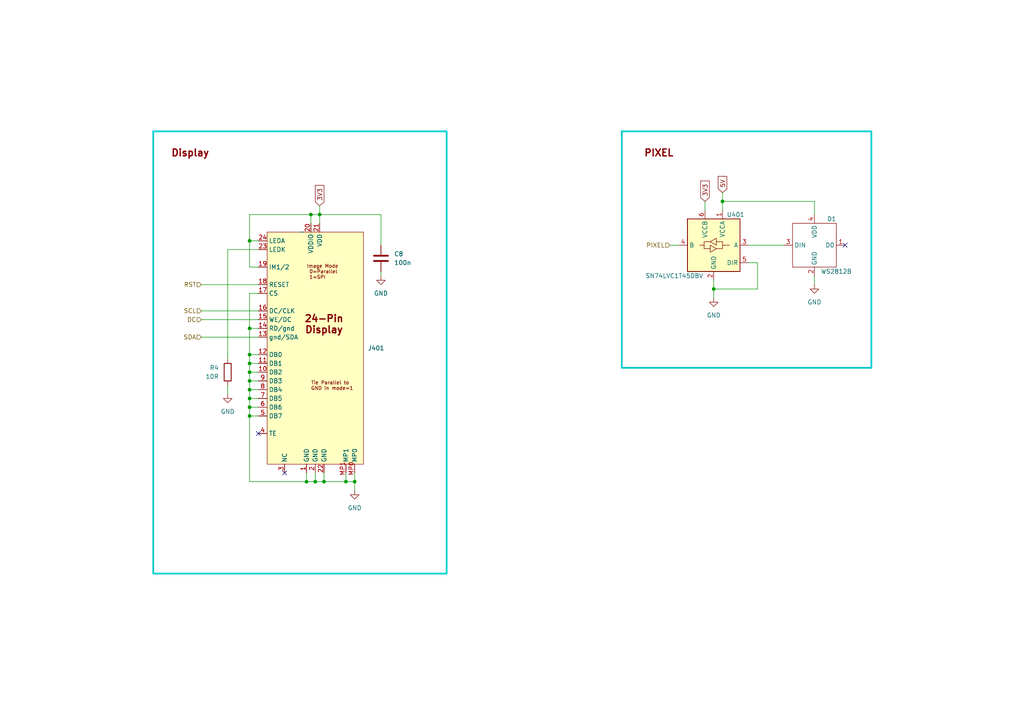
<source format=kicad_sch>
(kicad_sch (version 20230121) (generator eeschema)
  (paper "A4")
  (title_block (title "Firefly Pixie") (date "2023-10-24") (rev "rev.4.3"))
  (lib_symbols
    (symbol "Device:C" (pin_numbers hide) (pin_names (offset 0.254))
      (property "Reference" "C" (at 0.635 2.54 0))
      (property "Value" "C" (at 0.635 -2.54 0))
      (symbol "C_0_1"
        (polyline (pts (xy -2.032 -0.762) (xy 2.032 -0.762)) (stroke (width 0.508)))
        (polyline (pts (xy -2.032 0.762) (xy 2.032 0.762)) (stroke (width 0.508)))
      )
      (symbol "C_1_1"
        (pin passive line (at 0 3.81 270) (length 2.794) (name "~") (number "1"))
        (pin passive line (at 0 -3.81 90) (length 2.794) (name "~") (number "2"))
      )
    )
    (symbol "Device:R" (pin_numbers hide) (pin_names (offset 0))
      (property "Reference" "R" (at 2.032 0 90))
      (property "Value" "R" (at 0 0 90))
      (symbol "R_0_1"
        (rectangle (start -1.016 -2.54) (end 1.016 2.54) (stroke (width 0.254)))
      )
      (symbol "R_1_1"
        (pin passive line (at 0 3.81 270) (length 1.27) (name "~") (number "1"))
        (pin passive line (at 0 -3.81 90) (length 1.27) (name "~") (number "2"))
      )
    )
    (symbol "Firefly:FPC_LCD_PANEL"
      (property "Reference" "J" (at -1.27 -67.31 0))
      (symbol "FPC_LCD_PANEL_0_1"
        (rectangle (start -1.27 0) (end 26.67 -67.31) (fill (type background)))
      )
      (symbol "FPC_LCD_PANEL_1_1"
        (text "24-Pin\nDisplay" (at 15.24 -26.67 0) (effects (font (size 2 2) bold)))
        (text "Image Mode\n 0=Parallel\n 1=SPI" (at 10.16 -11.43 0) (effects (font (size 1 1)) (justify left)))
        (text "Tie Parallel to\nGND in mode=1" (at 11.43 -44.45 0) (effects (font (size 1 1)) (justify left)))
        (pin input line (at 10.16 -69.85 90) (length 2.54) (name "GND") (number "1"))
        (pin input line (at -3.81 -40.64 0) (length 2.54) (name "DB2") (number "10"))
        (pin input line (at -3.81 -38.1 0) (length 2.54) (name "DB1") (number "11"))
        (pin input line (at -3.81 -35.56 0) (length 2.54) (name "DB0") (number "12"))
        (pin input line (at -3.81 -30.48 0) (length 2.54) (name "gnd/SDA") (number "13"))
        (pin input line (at -3.81 -27.94 0) (length 2.54) (name "RD/gnd") (number "14"))
        (pin input line (at -3.81 -25.4 0) (length 2.54) (name "WE/DC") (number "15"))
        (pin input line (at -3.81 -22.86 0) (length 2.54) (name "DC/CLK") (number "16"))
        (pin input line (at -3.81 -17.78 0) (length 2.54) (name "CS") (number "17"))
        (pin input line (at -3.81 -15.24 0) (length 2.54) (name "RESET") (number "18"))
        (pin input line (at -3.81 -10.16 0) (length 2.54) (name "IM1/2") (number "19"))
        (pin input line (at 12.7 -69.85 90) (length 2.54) (name "GND") (number "2"))
        (pin input line (at 11.43 2.54 270) (length 2.54) (name "VDDIO") (number "20"))
        (pin input line (at 13.97 2.54 270) (length 2.54) (name "VDD") (number "21"))
        (pin input line (at 15.24 -69.85 90) (length 2.54) (name "GND") (number "22"))
        (pin input line (at -3.81 -5.08 0) (length 2.54) (name "LEDK") (number "23"))
        (pin input line (at -3.81 -2.54 0) (length 2.54) (name "LEDA") (number "24"))
        (pin input line (at 3.81 -69.85 90) (length 2.54) (name "NC") (number "3"))
        (pin input line (at -3.81 -58.42 0) (length 2.54) (name "TE") (number "4"))
        (pin input line (at -3.81 -53.34 0) (length 2.54) (name "DB7") (number "5"))
        (pin input line (at -3.81 -50.8 0) (length 2.54) (name "DB6") (number "6"))
        (pin input line (at -3.81 -48.26 0) (length 2.54) (name "DB5") (number "7"))
        (pin input line (at -3.81 -45.72 0) (length 2.54) (name "DB4") (number "8"))
        (pin input line (at -3.81 -43.18 0) (length 2.54) (name "DB3") (number "9"))
        (pin passive line (at 24.13 -69.85 90) (length 2.54) (name "MP0") (number "MP0"))
        (pin passive line (at 21.59 -69.85 90) (length 2.54) (name "MP1") (number "MP1"))
      )
    )
    (symbol "Firefly:WS2812B"
      (property "Reference" "D" (at 6.35 7.62 0))
      (property "Value" "WS2812B" (at 6.35 -7.62 0))
      (symbol "WS2812B_0_1"
        (rectangle (start -6.35 6.35) (end 6.35 -6.35))
      )
      (symbol "WS2812B_1_1"
        (pin output line (at 8.89 0 180) (length 2.54) (name "D0") (number "1"))
        (pin power_in line (at 0 -8.89 90) (length 2.54) (name "GND") (number "2"))
        (pin input line (at -8.89 0 0) (length 2.54) (name "DIN") (number "3"))
        (pin power_in line (at 0 8.89 270) (length 2.54) (name "VDD") (number "4"))
      )
    )
    (symbol "Logic_LevelTranslator:SN74LVC1T45DBV"
      (property "Reference" "U" (at -6.35 8.89 0))
      (property "Value" "SN74LVC1T45DBV" (at 3.81 8.89 0))
      (symbol "SN74LVC1T45DBV_0_1"
        (rectangle (start -7.62 7.62) (end 7.62 -7.62) (stroke (width 0.254)) (fill (type background)))
        (polyline (pts (xy -2.54 0) (xy -2.54 1.016) (xy -0.762 1.016)))
        (polyline (pts (xy 2.794 0) (xy 2.794 -1.016) (xy 1.016 -1.016)))
        (polyline (pts (xy -0.762 -1.016) (xy -2.54 -1.016) (xy -2.54 0) (xy -4.572 0)))
        (polyline (pts (xy -0.762 0) (xy -0.762 2.032) (xy 1.016 1.016) (xy -0.762 0)))
        (polyline (pts (xy 1.016 1.016) (xy 2.794 1.016) (xy 2.794 0) (xy 4.064 0)))
        (polyline (pts (xy 1.016 0) (xy 1.016 -1.778) (xy 1.016 -2.032) (xy -0.762 -1.016) (xy 1.016 0)))
      )
      (symbol "SN74LVC1T45DBV_1_1"
        (pin power_in line (at -2.54 10.16 270) (length 2.54) (name "VCCA") (number "1"))
        (pin power_in line (at 0 -10.16 90) (length 2.54) (name "GND") (number "2"))
        (pin bidirectional line (at -10.16 0 0) (length 2.54) (name "A") (number "3"))
        (pin bidirectional line (at 10.16 0 180) (length 2.54) (name "B") (number "4"))
        (pin input line (at -10.16 -5.08 0) (length 2.54) (name "DIR") (number "5"))
        (pin power_in line (at 2.54 10.16 270) (length 2.54) (name "VCCB") (number "6"))
      )
    )
    (symbol "power:GND" (power) (pin_names (offset 0))
      (property "Value" "GND" (at 0 -3.81 0))
      (symbol "GND_0_1"
        (polyline (pts (xy 0 0) (xy 0 -1.27) (xy 1.27 -1.27) (xy 0 -2.54) (xy -1.27 -1.27) (xy 0 -1.27)))
      )
      (symbol "GND_1_1"
        (pin power_in line (at 0 0 270) (length 0) hide (name "GND") (number "1"))
      )
    )
  )
  (junction (at 72.39 115.57))
  (junction (at 90.17 62.23))
  (junction (at 92.71 62.23))
  (junction (at 88.9 139.7))
  (junction (at 100.33 139.7))
  (junction (at 72.39 105.41))
  (junction (at 72.39 120.65))
  (junction (at 72.39 95.25))
  (junction (at 93.98 139.7))
  (junction (at 72.39 118.11))
  (junction (at 102.87 139.7))
  (junction (at 72.39 110.49))
  (junction (at 72.39 69.85))
  (junction (at 207.01 83.82))
  (junction (at 209.55 58.42))
  (junction (at 72.39 107.95))
  (junction (at 72.39 113.03))
  (junction (at 72.39 102.87))
  (junction (at 91.44 139.7))
  (no_connect (at 82.55 137.16))
  (no_connect (at 245.11 71.12))
  (no_connect (at 74.93 125.73))
  (wire (pts (xy 219.71 76.2) (xy 219.71 83.82)))
  (wire (pts (xy 219.71 76.2) (xy 217.17 76.2)))
  (wire (pts (xy 209.55 58.42) (xy 209.55 60.96)))
  (wire (pts (xy 91.44 139.7) (xy 91.44 137.16)))
  (wire (pts (xy 58.42 97.79) (xy 74.93 97.79)))
  (wire (pts (xy 74.93 95.25) (xy 72.39 95.25)))
  (wire (pts (xy 93.98 139.7) (xy 91.44 139.7)))
  (wire (pts (xy 66.04 111.76) (xy 66.04 114.3)))
  (wire (pts (xy 72.39 113.03) (xy 72.39 115.57)))
  (wire (pts (xy 236.22 58.42) (xy 236.22 62.23)))
  (wire (pts (xy 72.39 77.47) (xy 74.93 77.47)))
  (wire (pts (xy 72.39 85.09) (xy 72.39 95.25)))
  (wire (pts (xy 72.39 102.87) (xy 72.39 105.41)))
  (wire (pts (xy 72.39 95.25) (xy 72.39 102.87)))
  (wire (pts (xy 209.55 58.42) (xy 236.22 58.42)))
  (wire (pts (xy 91.44 139.7) (xy 88.9 139.7)))
  (wire (pts (xy 74.93 102.87) (xy 72.39 102.87)))
  (wire (pts (xy 72.39 62.23) (xy 72.39 69.85)))
  (wire (pts (xy 209.55 55.88) (xy 209.55 58.42)))
  (wire (pts (xy 58.42 90.17) (xy 74.93 90.17)))
  (wire (pts (xy 72.39 113.03) (xy 74.93 113.03)))
  (wire (pts (xy 110.49 62.23) (xy 110.49 71.12)))
  (wire (pts (xy 72.39 139.7) (xy 88.9 139.7)))
  (wire (pts (xy 92.71 62.23) (xy 110.49 62.23)))
  (wire (pts (xy 72.39 110.49) (xy 72.39 113.03)))
  (wire (pts (xy 92.71 62.23) (xy 90.17 62.23)))
  (wire (pts (xy 72.39 69.85) (xy 72.39 77.47)))
  (wire (pts (xy 93.98 139.7) (xy 93.98 137.16)))
  (wire (pts (xy 72.39 107.95) (xy 74.93 107.95)))
  (wire (pts (xy 207.01 81.28) (xy 207.01 83.82)))
  (wire (pts (xy 72.39 120.65) (xy 74.93 120.65)))
  (wire (pts (xy 72.39 120.65) (xy 72.39 139.7)))
  (wire (pts (xy 72.39 107.95) (xy 72.39 110.49)))
  (wire (pts (xy 102.87 137.16) (xy 102.87 139.7)))
  (wire (pts (xy 207.01 83.82) (xy 207.01 86.36)))
  (wire (pts (xy 88.9 139.7) (xy 88.9 137.16)))
  (wire (pts (xy 196.85 71.12) (xy 194.31 71.12)))
  (wire (pts (xy 74.93 72.39) (xy 66.04 72.39)))
  (wire (pts (xy 90.17 62.23) (xy 72.39 62.23)))
  (wire (pts (xy 219.71 83.82) (xy 207.01 83.82)))
  (wire (pts (xy 110.49 78.74) (xy 110.49 80.01)))
  (wire (pts (xy 58.42 92.71) (xy 74.93 92.71)))
  (wire (pts (xy 102.87 139.7) (xy 100.33 139.7)))
  (wire (pts (xy 72.39 69.85) (xy 74.93 69.85)))
  (wire (pts (xy 72.39 115.57) (xy 74.93 115.57)))
  (wire (pts (xy 217.17 71.12) (xy 227.33 71.12)))
  (wire (pts (xy 72.39 110.49) (xy 74.93 110.49)))
  (wire (pts (xy 92.71 59.69) (xy 92.71 62.23)))
  (wire (pts (xy 236.22 80.01) (xy 236.22 82.55)))
  (wire (pts (xy 204.47 58.42) (xy 204.47 60.96)))
  (wire (pts (xy 72.39 115.57) (xy 72.39 118.11)))
  (wire (pts (xy 90.17 62.23) (xy 90.17 64.77)))
  (wire (pts (xy 100.33 139.7) (xy 100.33 137.16)))
  (wire (pts (xy 66.04 72.39) (xy 66.04 104.14)))
  (wire (pts (xy 100.33 139.7) (xy 93.98 139.7)))
  (wire (pts (xy 72.39 105.41) (xy 74.93 105.41)))
  (wire (pts (xy 72.39 105.41) (xy 72.39 107.95)))
  (wire (pts (xy 92.71 62.23) (xy 92.71 64.77)))
  (wire (pts (xy 74.93 85.09) (xy 72.39 85.09)))
  (wire (pts (xy 102.87 139.7) (xy 102.87 142.24)))
  (wire (pts (xy 58.42 82.55) (xy 74.93 82.55)))
  (wire (pts (xy 72.39 118.11) (xy 74.93 118.11)))
  (wire (pts (xy 72.39 118.11) (xy 72.39 120.65)))
  (rectangle (start 180.34 38.1) (end 252.73 106.68) (stroke (width 0.5) (color 0 194 194 1)))
  (rectangle (start 44.45 38.1) (end 129.54 166.37) (stroke (width 0.5) (color 0 194 194 1)))
  (text "Display" (at 49.53 45.72 0) (effects (font (size 2 2) (thickness 0.4) bold) (justify left bottom)))
  (text "PIXEL" (at 186.69 45.72 0) (effects (font (size 2 2) (thickness 0.4) bold) (justify left bottom)))
  (global_label "3V3" (shape input) (at 204.47 58.42 90) (property "Intersheetrefs" "${INTERSHEET_REFS}" (effects hide)))
  (global_label "3V3" (shape input) (at 92.71 59.69 90) (property "Intersheetrefs" "${INTERSHEET_REFS}" (effects hide)))
  (global_label "5V" (shape input) (at 209.55 55.88 90) (property "Intersheetrefs" "${INTERSHEET_REFS}" (effects hide)))
  (hierarchical_label "RST" (shape input) (at 58.42 82.55 180))
  (hierarchical_label "SDA" (shape input) (at 58.42 97.79 180))
  (hierarchical_label "PIXEL" (shape input) (at 194.31 71.12 180))
  (hierarchical_label "SCL" (shape input) (at 58.42 90.17 180))
  (hierarchical_label "DC" (shape input) (at 58.42 92.71 180))
  (symbol (lib_id "Device:C") (at 110.49 74.93 0) (mirror y) (unit 1)
    (property "Reference" "C8" (at 114.3 73.66 0) (effects (justify right)))
    (property "Value" "100n" (at 114.3 76.2 0) (effects (justify right)))
    (property "Footprint" "Capacitor_SMD:C_0201_0603Metric" (effects hide))
    (property "MPN" "C284966" (effects hide))
    (instances (project "pixie-rev-4" (path "" (reference "C8") (unit 1)) (path "" (reference "C401") (unit 1))))
  )
  (symbol (lib_id "power:GND") (at 66.04 114.3 0) (unit 1)
    (property "Reference" "#PWR0401" (effects hide))
    (property "Value" "GND" (at 66.04 119.38 0))
  )
  (symbol (lib_id "Firefly:FPC_LCD_PANEL") (at 78.74 67.31 0) (unit 1)
    (property "Reference" "J401" (at 106.68 100.965 0) (effects (justify left)))
    (property "Value" "~" (at 87.63 67.31 0))
    (property "Footprint" "firefly:THD_FPC_24" (effects hide))
    (property "MPN" "C283150" (effects hide))
  )
  (symbol (lib_id "power:GND") (at 236.22 82.55 0) (unit 1)
    (property "Reference" "#PWR07" (effects hide))
    (property "Value" "GND" (at 236.22 87.63 0))
    (instances (project "pixie-rev-4" (path "" (reference "#PWR07") (unit 1)) (path "" (reference "#PWR0405") (unit 1))))
  )
  (symbol (lib_id "power:GND") (at 207.01 86.36 0) (mirror y) (unit 1)
    (property "Reference" "#PWR0404" (effects hide))
    (property "Value" "GND" (at 207.01 91.44 0))
  )
  (symbol (lib_id "Device:R") (at 66.04 107.95 0) (mirror y) (unit 1)
    (property "Reference" "R4" (at 63.5 106.68 0) (effects (justify left)))
    (property "Value" "10R" (at 63.5 109.2199 0) (effects (justify left)))
    (property "Footprint" "Resistor_SMD:R_0201_0603Metric" (effects hide))
    (property "MPN" "C304508" (effects hide))
    (instances (project "pixie-rev-4" (path "" (reference "R4") (unit 1)) (path "" (reference "R401") (unit 1))))
  )
  (symbol (lib_id "Logic_LevelTranslator:SN74LVC1T45DBV") (at 207.01 71.12 0) (mirror y) (unit 1)
    (property "Reference" "U401" (at 213.36 62.23 0))
    (property "Value" "SN74LVC1T45DBV" (at 195.58 80.01 0))
    (property "Footprint" "Package_TO_SOT_SMD:SOT-23-6" (effects hide))
    (property "Datasheet" "http://www.ti.com/lit/ds/symlink/sn74lvc1t45.pdf" (effects hide))
    (property "MPN" "C168856" (effects hide))
  )
  (symbol (lib_id "Firefly:WS2812B") (at 236.22 71.12 0) (unit 1)
    (property "Reference" "D1" (at 242.57 63.5 0) (effects (justify right)))
    (property "Value" "WS2812B" (at 242.57 78.74 0))
    (property "Footprint" "firefly:WS2812B" (effects hide))
    (property "MPN" "C2976072" (effects hide))
    (instances (project "pixie-rev-4" (path "" (reference "D1") (unit 1)) (path "" (reference "D401") (unit 1))))
  )
  (symbol (lib_id "power:GND") (at 110.49 80.01 0) (mirror y) (unit 1)
    (property "Reference" "#PWR010" (effects hide))
    (property "Value" "GND" (at 110.49 85.09 0))
    (instances (project "pixie-rev-4" (path "" (reference "#PWR010") (unit 1)) (path "" (reference "#PWR0403") (unit 1))))
  )
  (symbol (lib_id "power:GND") (at 102.87 142.24 0) (unit 1)
    (property "Reference" "#PWR0402" (effects hide))
    (property "Value" "GND" (at 102.87 147.32 0))
  )
)
</source>
